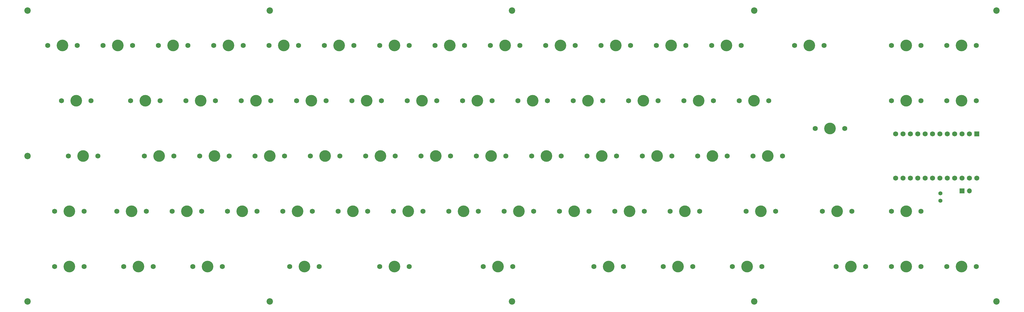
<source format=gbr>
%TF.GenerationSoftware,KiCad,Pcbnew,(6.0.2-0)*%
%TF.CreationDate,2022-03-14T13:24:27+01:00*%
%TF.ProjectId,lasercut,6c617365-7263-4757-942e-6b696361645f,rev?*%
%TF.SameCoordinates,Original*%
%TF.FileFunction,Soldermask,Top*%
%TF.FilePolarity,Negative*%
%FSLAX46Y46*%
G04 Gerber Fmt 4.6, Leading zero omitted, Abs format (unit mm)*
G04 Created by KiCad (PCBNEW (6.0.2-0)) date 2022-03-14 13:24:27*
%MOMM*%
%LPD*%
G01*
G04 APERTURE LIST*
%ADD10C,1.400000*%
%ADD11R,1.700000X1.700000*%
%ADD12O,1.700000X1.700000*%
%ADD13C,1.750000*%
%ADD14C,4.000000*%
%ADD15C,2.200000*%
%ADD16C,1.752600*%
%ADD17R,1.752600X1.752600*%
G04 APERTURE END LIST*
D10*
%TO.C,RESET*%
X336800000Y-88000000D03*
X336800000Y-85460000D03*
%TD*%
D11*
%TO.C,BAT*%
X344260000Y-84600000D03*
D12*
X346800000Y-84600000D03*
%TD*%
D13*
%TO.C,SW11*%
X219945000Y-34525000D03*
X230105000Y-34525000D03*
D14*
X225025000Y-34525000D03*
%TD*%
D13*
%TO.C,SW51*%
X129457500Y-91675000D03*
D14*
X134537500Y-91675000D03*
D13*
X139617500Y-91675000D03*
%TD*%
%TO.C,SW33*%
X36588750Y-72625000D03*
D14*
X41668750Y-72625000D03*
D13*
X46748750Y-72625000D03*
%TD*%
%TO.C,SW19*%
X77070000Y-53575000D03*
D14*
X82150000Y-53575000D03*
D13*
X87230000Y-53575000D03*
%TD*%
%TO.C,SW34*%
X72942500Y-72625000D03*
X62782500Y-72625000D03*
D14*
X67862500Y-72625000D03*
%TD*%
D13*
%TO.C,SW62*%
X55638750Y-110725000D03*
D14*
X60718750Y-110725000D03*
D13*
X65798750Y-110725000D03*
%TD*%
%TO.C,SW7*%
X153905000Y-34525000D03*
D14*
X148825000Y-34525000D03*
D13*
X143745000Y-34525000D03*
%TD*%
%TO.C,SW36*%
X100882500Y-72625000D03*
D14*
X105962500Y-72625000D03*
D13*
X111042500Y-72625000D03*
%TD*%
D14*
%TO.C,SW29*%
X272650000Y-53575000D03*
D13*
X267570000Y-53575000D03*
X277730000Y-53575000D03*
%TD*%
%TO.C,SW39*%
X168192500Y-72625000D03*
X158032500Y-72625000D03*
D14*
X163112500Y-72625000D03*
%TD*%
%TO.C,SW32*%
X344087500Y-53575000D03*
D13*
X349167500Y-53575000D03*
X339007500Y-53575000D03*
%TD*%
%TO.C,SW65*%
X153905000Y-110725000D03*
D14*
X148825000Y-110725000D03*
D13*
X143745000Y-110725000D03*
%TD*%
D14*
%TO.C,SW52*%
X153587500Y-91675000D03*
D13*
X148507500Y-91675000D03*
X158667500Y-91675000D03*
%TD*%
%TO.C,SW48*%
X82467500Y-91675000D03*
X72307500Y-91675000D03*
D14*
X77387500Y-91675000D03*
%TD*%
D13*
%TO.C,SW43*%
X234232500Y-72625000D03*
D14*
X239312500Y-72625000D03*
D13*
X244392500Y-72625000D03*
%TD*%
D14*
%TO.C,SW71*%
X325037500Y-110725000D03*
D13*
X330117500Y-110725000D03*
X319957500Y-110725000D03*
%TD*%
D15*
%TO.C,REF\u002A\u002A9*%
X189350000Y-122700000D03*
%TD*%
D13*
%TO.C,SW54*%
X196767500Y-91675000D03*
D14*
X191687500Y-91675000D03*
D13*
X186607500Y-91675000D03*
%TD*%
D14*
%TO.C,SW22*%
X139300000Y-53575000D03*
D13*
X134220000Y-53575000D03*
X144380000Y-53575000D03*
%TD*%
%TO.C,SW44*%
X253282500Y-72625000D03*
D14*
X258362500Y-72625000D03*
D13*
X263442500Y-72625000D03*
%TD*%
%TO.C,SW16*%
X339007500Y-34525000D03*
X349167500Y-34525000D03*
D14*
X344087500Y-34525000D03*
%TD*%
D13*
%TO.C,SW14*%
X296780000Y-34525000D03*
X286620000Y-34525000D03*
D14*
X291700000Y-34525000D03*
%TD*%
D13*
%TO.C,SW5*%
X105645000Y-34525000D03*
X115805000Y-34525000D03*
D14*
X110725000Y-34525000D03*
%TD*%
D15*
%TO.C,REF\u002A\u002A4*%
X272750000Y-22450000D03*
%TD*%
D13*
%TO.C,SW31*%
X330117500Y-53575000D03*
D14*
X325037500Y-53575000D03*
D13*
X319957500Y-53575000D03*
%TD*%
D14*
%TO.C,SW4*%
X91675000Y-34525000D03*
D13*
X96755000Y-34525000D03*
X86595000Y-34525000D03*
%TD*%
%TO.C,SW40*%
X177082500Y-72625000D03*
X187242500Y-72625000D03*
D14*
X182162500Y-72625000D03*
%TD*%
D13*
%TO.C,SW53*%
X177717500Y-91675000D03*
D14*
X172637500Y-91675000D03*
D13*
X167557500Y-91675000D03*
%TD*%
%TO.C,SW28*%
X258680000Y-53575000D03*
X248520000Y-53575000D03*
D14*
X253600000Y-53575000D03*
%TD*%
%TO.C,SW35*%
X86912500Y-72625000D03*
D13*
X91992500Y-72625000D03*
X81832500Y-72625000D03*
%TD*%
%TO.C,SW23*%
X163430000Y-53575000D03*
D14*
X158350000Y-53575000D03*
D13*
X153270000Y-53575000D03*
%TD*%
%TO.C,SW6*%
X134855000Y-34525000D03*
D14*
X129775000Y-34525000D03*
D13*
X124695000Y-34525000D03*
%TD*%
%TO.C,SW66*%
X179463750Y-110725000D03*
X189623750Y-110725000D03*
D14*
X184543750Y-110725000D03*
%TD*%
D13*
%TO.C,SW56*%
X234867500Y-91675000D03*
X224707500Y-91675000D03*
D14*
X229787500Y-91675000D03*
%TD*%
D15*
%TO.C,REF\u002A\u002A2*%
X105950000Y-22450000D03*
%TD*%
D13*
%TO.C,SW50*%
X120567500Y-91675000D03*
X110407500Y-91675000D03*
D14*
X115487500Y-91675000D03*
%TD*%
D13*
%TO.C,SW46*%
X31826250Y-91675000D03*
D14*
X36906250Y-91675000D03*
D13*
X41986250Y-91675000D03*
%TD*%
D14*
%TO.C,SW72*%
X344087500Y-110725000D03*
D13*
X349167500Y-110725000D03*
X339007500Y-110725000D03*
%TD*%
%TO.C,SW61*%
X41986250Y-110725000D03*
D14*
X36906250Y-110725000D03*
D13*
X31826250Y-110725000D03*
%TD*%
%TO.C,SW30*%
X293763750Y-63100000D03*
D14*
X298843750Y-63100000D03*
D13*
X303923750Y-63100000D03*
%TD*%
D15*
%TO.C,REF\u002A\u002A8*%
X105950000Y-122700000D03*
%TD*%
%TO.C,REF\u002A\u002A6*%
X22550000Y-72575000D03*
%TD*%
D14*
%TO.C,SW2*%
X53575000Y-34525000D03*
D13*
X48495000Y-34525000D03*
X58655000Y-34525000D03*
%TD*%
D15*
%TO.C,REF\u002A\u002A7*%
X22550000Y-122700000D03*
%TD*%
D13*
%TO.C,SW42*%
X215182500Y-72625000D03*
X225342500Y-72625000D03*
D14*
X220262500Y-72625000D03*
%TD*%
D13*
%TO.C,SW47*%
X53257500Y-91675000D03*
X63417500Y-91675000D03*
D14*
X58337500Y-91675000D03*
%TD*%
D13*
%TO.C,SW13*%
X268205000Y-34525000D03*
X258045000Y-34525000D03*
D14*
X263125000Y-34525000D03*
%TD*%
%TO.C,SW70*%
X305987500Y-110725000D03*
D13*
X311067500Y-110725000D03*
X300907500Y-110725000D03*
%TD*%
%TO.C,SW45*%
X272332500Y-72625000D03*
D14*
X277412500Y-72625000D03*
D13*
X282492500Y-72625000D03*
%TD*%
D14*
%TO.C,SW41*%
X201212500Y-72625000D03*
D13*
X206292500Y-72625000D03*
X196132500Y-72625000D03*
%TD*%
D14*
%TO.C,SW69*%
X270268750Y-110725000D03*
D13*
X265188750Y-110725000D03*
X275348750Y-110725000D03*
%TD*%
D14*
%TO.C,SW17*%
X39287500Y-53575000D03*
D13*
X34207500Y-53575000D03*
X44367500Y-53575000D03*
%TD*%
D15*
%TO.C,REF\u002A\u002A10*%
X272750000Y-122700000D03*
%TD*%
D14*
%TO.C,SW67*%
X222643750Y-110725000D03*
D13*
X217563750Y-110725000D03*
X227723750Y-110725000D03*
%TD*%
D14*
%TO.C,SW57*%
X248837500Y-91675000D03*
D13*
X253917500Y-91675000D03*
X243757500Y-91675000D03*
%TD*%
%TO.C,SW68*%
X251536250Y-110725000D03*
D14*
X246456250Y-110725000D03*
D13*
X241376250Y-110725000D03*
%TD*%
%TO.C,SW58*%
X280111250Y-91675000D03*
D14*
X275031250Y-91675000D03*
D13*
X269951250Y-91675000D03*
%TD*%
%TO.C,SW59*%
X306305000Y-91675000D03*
D14*
X301225000Y-91675000D03*
D13*
X296145000Y-91675000D03*
%TD*%
%TO.C,SW38*%
X138982500Y-72625000D03*
X149142500Y-72625000D03*
D14*
X144062500Y-72625000D03*
%TD*%
D13*
%TO.C,SW37*%
X130092500Y-72625000D03*
X119932500Y-72625000D03*
D14*
X125012500Y-72625000D03*
%TD*%
D15*
%TO.C,REF\u002A\u002A5*%
X356150000Y-22450000D03*
%TD*%
%TO.C,REF\u002A\u002A1*%
X22550000Y-22450000D03*
%TD*%
%TO.C,REF\u002A\u002A3*%
X189350000Y-22450000D03*
%TD*%
D13*
%TO.C,SW20*%
X106280000Y-53575000D03*
X96120000Y-53575000D03*
D14*
X101200000Y-53575000D03*
%TD*%
D13*
%TO.C,SW9*%
X192005000Y-34525000D03*
D14*
X186925000Y-34525000D03*
D13*
X181845000Y-34525000D03*
%TD*%
D14*
%TO.C,SW27*%
X234550000Y-53575000D03*
D13*
X239630000Y-53575000D03*
X229470000Y-53575000D03*
%TD*%
%TO.C,SW1*%
X29445000Y-34525000D03*
D14*
X34525000Y-34525000D03*
D13*
X39605000Y-34525000D03*
%TD*%
%TO.C,SW26*%
X210420000Y-53575000D03*
X220580000Y-53575000D03*
D14*
X215500000Y-53575000D03*
%TD*%
D13*
%TO.C,SW10*%
X211055000Y-34525000D03*
D14*
X205975000Y-34525000D03*
D13*
X200895000Y-34525000D03*
%TD*%
D14*
%TO.C,SW12*%
X244075000Y-34525000D03*
D13*
X249155000Y-34525000D03*
X238995000Y-34525000D03*
%TD*%
%TO.C,SW21*%
X125330000Y-53575000D03*
D14*
X120250000Y-53575000D03*
D13*
X115170000Y-53575000D03*
%TD*%
%TO.C,SW49*%
X101517500Y-91675000D03*
X91357500Y-91675000D03*
D14*
X96437500Y-91675000D03*
%TD*%
D13*
%TO.C,SW15*%
X330117500Y-34525000D03*
X319957500Y-34525000D03*
D14*
X325037500Y-34525000D03*
%TD*%
D13*
%TO.C,SW63*%
X89611250Y-110725000D03*
X79451250Y-110725000D03*
D14*
X84531250Y-110725000D03*
%TD*%
D13*
%TO.C,SW8*%
X162795000Y-34525000D03*
D14*
X167875000Y-34525000D03*
D13*
X172955000Y-34525000D03*
%TD*%
D14*
%TO.C,SW60*%
X325037500Y-91675000D03*
D13*
X330117500Y-91675000D03*
X319957500Y-91675000D03*
%TD*%
%TO.C,SW24*%
X172320000Y-53575000D03*
X182480000Y-53575000D03*
D14*
X177400000Y-53575000D03*
%TD*%
D13*
%TO.C,SW55*%
X215817500Y-91675000D03*
X205657500Y-91675000D03*
D14*
X210737500Y-91675000D03*
%TD*%
D16*
%TO.C,U*%
X349370000Y-80220000D03*
X346830000Y-80220000D03*
X344290000Y-80220000D03*
X341750000Y-80220000D03*
X339210000Y-80220000D03*
X336670000Y-80220000D03*
X334130000Y-80220000D03*
X331590000Y-80220000D03*
X329050000Y-80220000D03*
X326510000Y-80220000D03*
X323970000Y-80220000D03*
X321430000Y-80220000D03*
X321430000Y-64980000D03*
X323970000Y-64980000D03*
X326510000Y-64980000D03*
X329050000Y-64980000D03*
X331590000Y-64980000D03*
X334130000Y-64980000D03*
X336670000Y-64980000D03*
X339210000Y-64980000D03*
X341750000Y-64980000D03*
X344290000Y-64980000D03*
X346830000Y-64980000D03*
D17*
X349370000Y-64980000D03*
%TD*%
D13*
%TO.C,SW64*%
X122948750Y-110725000D03*
D14*
X117868750Y-110725000D03*
D13*
X112788750Y-110725000D03*
%TD*%
%TO.C,SW25*%
X191370000Y-53575000D03*
D14*
X196450000Y-53575000D03*
D13*
X201530000Y-53575000D03*
%TD*%
D15*
%TO.C,REF\u002A\u002A11*%
X356150000Y-122700000D03*
%TD*%
D13*
%TO.C,SW18*%
X58020000Y-53575000D03*
D14*
X63100000Y-53575000D03*
D13*
X68180000Y-53575000D03*
%TD*%
D14*
%TO.C,SW3*%
X72625000Y-34525000D03*
D13*
X77705000Y-34525000D03*
X67545000Y-34525000D03*
%TD*%
M02*

</source>
